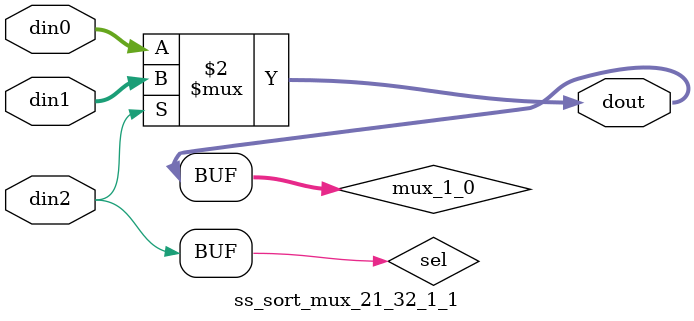
<source format=v>

`timescale 1ns/1ps

module ss_sort_mux_21_32_1_1 #(
parameter
    ID                = 0,
    NUM_STAGE         = 1,
    din0_WIDTH       = 32,
    din1_WIDTH       = 32,
    din2_WIDTH         = 32,
    dout_WIDTH            = 32
)(
    input  [31 : 0]     din0,
    input  [31 : 0]     din1,
    input  [0 : 0]    din2,
    output [31 : 0]   dout);

// puts internal signals
wire [0 : 0]     sel;
// level 1 signals
wire [31 : 0]         mux_1_0;

assign sel = din2;

// Generate level 1 logic
assign mux_1_0 = (sel[0] == 0)? din0 : din1;

// output logic
assign dout = mux_1_0;

endmodule

</source>
